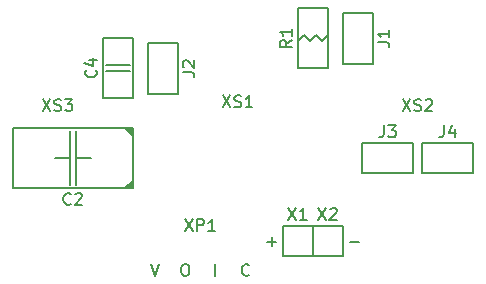
<source format=gbr>
G04 #@! TF.GenerationSoftware,KiCad,Pcbnew,5.1.6-c6e7f7d~87~ubuntu19.10.1*
G04 #@! TF.CreationDate,2022-07-30T15:18:02+06:00*
G04 #@! TF.ProjectId,1590N1_connector_board_r1b,31353930-4e31-45f6-936f-6e6e6563746f,1B*
G04 #@! TF.SameCoordinates,Original*
G04 #@! TF.FileFunction,Legend,Top*
G04 #@! TF.FilePolarity,Positive*
%FSLAX46Y46*%
G04 Gerber Fmt 4.6, Leading zero omitted, Abs format (unit mm)*
G04 Created by KiCad (PCBNEW 5.1.6-c6e7f7d~87~ubuntu19.10.1) date 2022-07-30 15:18:02*
%MOMM*%
%LPD*%
G01*
G04 APERTURE LIST*
%ADD10C,0.200000*%
%ADD11R,2.200000X2.000000*%
%ADD12R,2.000000X2.200000*%
%ADD13R,2.300000X2.300000*%
%ADD14C,2.300000*%
%ADD15O,5.400000X3.400000*%
%ADD16O,3.400000X5.400000*%
%ADD17O,5.900000X3.400000*%
%ADD18O,3.100000X4.400000*%
%ADD19O,2.900000X4.300000*%
%ADD20R,3.000000X2.800000*%
G04 APERTURE END LIST*
D10*
X106354523Y-160377142D02*
X106306904Y-160424761D01*
X106164047Y-160472380D01*
X106068809Y-160472380D01*
X105925952Y-160424761D01*
X105830714Y-160329523D01*
X105783095Y-160234285D01*
X105735476Y-160043809D01*
X105735476Y-159900952D01*
X105783095Y-159710476D01*
X105830714Y-159615238D01*
X105925952Y-159520000D01*
X106068809Y-159472380D01*
X106164047Y-159472380D01*
X106306904Y-159520000D01*
X106354523Y-159567619D01*
X103505000Y-160472380D02*
X103505000Y-159472380D01*
X100869761Y-159472380D02*
X101060238Y-159472380D01*
X101155476Y-159520000D01*
X101250714Y-159615238D01*
X101298333Y-159805714D01*
X101298333Y-160139047D01*
X101250714Y-160329523D01*
X101155476Y-160424761D01*
X101060238Y-160472380D01*
X100869761Y-160472380D01*
X100774523Y-160424761D01*
X100679285Y-160329523D01*
X100631666Y-160139047D01*
X100631666Y-159805714D01*
X100679285Y-159615238D01*
X100774523Y-159520000D01*
X100869761Y-159472380D01*
X98091666Y-159472380D02*
X98425000Y-160472380D01*
X98758333Y-159472380D01*
X114871547Y-157551428D02*
X115633452Y-157551428D01*
X107886547Y-157551428D02*
X108648452Y-157551428D01*
X108267500Y-157932380D02*
X108267500Y-157170476D01*
X100330000Y-140716000D02*
X97790000Y-140716000D01*
X100330000Y-145034000D02*
X97790000Y-145034000D01*
X100330000Y-140716000D02*
X100330000Y-145034000D01*
X97790000Y-140716000D02*
X97790000Y-145034000D01*
X114300000Y-142494000D02*
X116840000Y-142494000D01*
X114300000Y-138176000D02*
X116840000Y-138176000D01*
X114300000Y-142494000D02*
X114300000Y-138176000D01*
X116840000Y-142494000D02*
X116840000Y-138176000D01*
X115951000Y-149225000D02*
X115951000Y-151765000D01*
X120269000Y-149225000D02*
X120269000Y-151765000D01*
X115951000Y-149225000D02*
X120269000Y-149225000D01*
X115951000Y-151765000D02*
X120269000Y-151765000D01*
X125349000Y-151765000D02*
X125349000Y-149225000D01*
X121031000Y-151765000D02*
X121031000Y-149225000D01*
X125349000Y-151765000D02*
X121031000Y-151765000D01*
X125349000Y-149225000D02*
X121031000Y-149225000D01*
X114300000Y-156210000D02*
X114300000Y-158750000D01*
X111760000Y-156210000D02*
X111760000Y-158750000D01*
X111760000Y-158750000D02*
X114300000Y-158750000D01*
X111760000Y-156210000D02*
X114300000Y-156210000D01*
X111760000Y-156210000D02*
X111760000Y-158750000D01*
X109220000Y-156210000D02*
X109220000Y-158750000D01*
X109220000Y-158750000D02*
X111760000Y-158750000D01*
X109220000Y-156210000D02*
X111760000Y-156210000D01*
X96520000Y-145415000D02*
X96520000Y-140335000D01*
X93980000Y-145415000D02*
X93980000Y-140335000D01*
X94234000Y-142621000D02*
X96266000Y-142621000D01*
X94234000Y-143129000D02*
X96266000Y-143129000D01*
X93980000Y-140335000D02*
X96520000Y-140335000D01*
X93980000Y-145415000D02*
X96520000Y-145415000D01*
X110490000Y-142875000D02*
X113030000Y-142875000D01*
X110490000Y-137795000D02*
X113030000Y-137795000D01*
X110490000Y-142875000D02*
X110490000Y-137795000D01*
X113030000Y-142875000D02*
X113030000Y-137795000D01*
X112522000Y-140589000D02*
X113030000Y-140081000D01*
X112014000Y-140081000D02*
X112522000Y-140589000D01*
X111506000Y-140589000D02*
X112014000Y-140081000D01*
X110998000Y-140081000D02*
X110490000Y-140589000D01*
X111506000Y-140589000D02*
X110998000Y-140081000D01*
X91186000Y-150495000D02*
X89916000Y-150495000D01*
X92964000Y-150495000D02*
X91694000Y-150495000D01*
G36*
X96520000Y-152400000D02*
G01*
X96520000Y-153035000D01*
X95885000Y-153035000D01*
X96520000Y-152400000D01*
G37*
X96520000Y-152400000D02*
X96520000Y-153035000D01*
X95885000Y-153035000D01*
X96520000Y-152400000D01*
G36*
X95885000Y-147955000D02*
G01*
X96520000Y-147955000D01*
X96520000Y-148590000D01*
X95885000Y-147955000D01*
G37*
X95885000Y-147955000D02*
X96520000Y-147955000D01*
X96520000Y-148590000D01*
X95885000Y-147955000D01*
X96520000Y-153035000D02*
X96520000Y-147955000D01*
X91694000Y-152781000D02*
X91694000Y-148209000D01*
X91186000Y-152781000D02*
X91186000Y-148209000D01*
X86360000Y-153035000D02*
X86360000Y-147955000D01*
X96520000Y-153035000D02*
X86360000Y-153035000D01*
X96520000Y-147955000D02*
X86360000Y-147955000D01*
X100734880Y-143208333D02*
X101449166Y-143208333D01*
X101592023Y-143255952D01*
X101687261Y-143351190D01*
X101734880Y-143494047D01*
X101734880Y-143589285D01*
X100830119Y-142779761D02*
X100782500Y-142732142D01*
X100734880Y-142636904D01*
X100734880Y-142398809D01*
X100782500Y-142303571D01*
X100830119Y-142255952D01*
X100925357Y-142208333D01*
X101020595Y-142208333D01*
X101163452Y-142255952D01*
X101734880Y-142827380D01*
X101734880Y-142208333D01*
X117244880Y-140668333D02*
X117959166Y-140668333D01*
X118102023Y-140715952D01*
X118197261Y-140811190D01*
X118244880Y-140954047D01*
X118244880Y-141049285D01*
X118244880Y-139668333D02*
X118244880Y-140239761D01*
X118244880Y-139954047D02*
X117244880Y-139954047D01*
X117387738Y-140049285D01*
X117482976Y-140144523D01*
X117530595Y-140239761D01*
X117776666Y-147724880D02*
X117776666Y-148439166D01*
X117729047Y-148582023D01*
X117633809Y-148677261D01*
X117490952Y-148724880D01*
X117395714Y-148724880D01*
X118157619Y-147724880D02*
X118776666Y-147724880D01*
X118443333Y-148105833D01*
X118586190Y-148105833D01*
X118681428Y-148153452D01*
X118729047Y-148201071D01*
X118776666Y-148296309D01*
X118776666Y-148534404D01*
X118729047Y-148629642D01*
X118681428Y-148677261D01*
X118586190Y-148724880D01*
X118300476Y-148724880D01*
X118205238Y-148677261D01*
X118157619Y-148629642D01*
X122856666Y-147724880D02*
X122856666Y-148439166D01*
X122809047Y-148582023D01*
X122713809Y-148677261D01*
X122570952Y-148724880D01*
X122475714Y-148724880D01*
X123761428Y-148058214D02*
X123761428Y-148724880D01*
X123523333Y-147677261D02*
X123285238Y-148391547D01*
X123904285Y-148391547D01*
X112220476Y-154709880D02*
X112887142Y-155709880D01*
X112887142Y-154709880D02*
X112220476Y-155709880D01*
X113220476Y-154805119D02*
X113268095Y-154757500D01*
X113363333Y-154709880D01*
X113601428Y-154709880D01*
X113696666Y-154757500D01*
X113744285Y-154805119D01*
X113791904Y-154900357D01*
X113791904Y-154995595D01*
X113744285Y-155138452D01*
X113172857Y-155709880D01*
X113791904Y-155709880D01*
X109680476Y-154709880D02*
X110347142Y-155709880D01*
X110347142Y-154709880D02*
X109680476Y-155709880D01*
X111251904Y-155709880D02*
X110680476Y-155709880D01*
X110966190Y-155709880D02*
X110966190Y-154709880D01*
X110870952Y-154852738D01*
X110775714Y-154947976D01*
X110680476Y-154995595D01*
X100925476Y-155662380D02*
X101592142Y-156662380D01*
X101592142Y-155662380D02*
X100925476Y-156662380D01*
X101973095Y-156662380D02*
X101973095Y-155662380D01*
X102354047Y-155662380D01*
X102449285Y-155710000D01*
X102496904Y-155757619D01*
X102544523Y-155852857D01*
X102544523Y-155995714D01*
X102496904Y-156090952D01*
X102449285Y-156138571D01*
X102354047Y-156186190D01*
X101973095Y-156186190D01*
X103496904Y-156662380D02*
X102925476Y-156662380D01*
X103211190Y-156662380D02*
X103211190Y-155662380D01*
X103115952Y-155805238D01*
X103020714Y-155900476D01*
X102925476Y-155948095D01*
X104124285Y-145184880D02*
X104790952Y-146184880D01*
X104790952Y-145184880D02*
X104124285Y-146184880D01*
X105124285Y-146137261D02*
X105267142Y-146184880D01*
X105505238Y-146184880D01*
X105600476Y-146137261D01*
X105648095Y-146089642D01*
X105695714Y-145994404D01*
X105695714Y-145899166D01*
X105648095Y-145803928D01*
X105600476Y-145756309D01*
X105505238Y-145708690D01*
X105314761Y-145661071D01*
X105219523Y-145613452D01*
X105171904Y-145565833D01*
X105124285Y-145470595D01*
X105124285Y-145375357D01*
X105171904Y-145280119D01*
X105219523Y-145232500D01*
X105314761Y-145184880D01*
X105552857Y-145184880D01*
X105695714Y-145232500D01*
X106648095Y-146184880D02*
X106076666Y-146184880D01*
X106362380Y-146184880D02*
X106362380Y-145184880D01*
X106267142Y-145327738D01*
X106171904Y-145422976D01*
X106076666Y-145470595D01*
X88884285Y-145502380D02*
X89550952Y-146502380D01*
X89550952Y-145502380D02*
X88884285Y-146502380D01*
X89884285Y-146454761D02*
X90027142Y-146502380D01*
X90265238Y-146502380D01*
X90360476Y-146454761D01*
X90408095Y-146407142D01*
X90455714Y-146311904D01*
X90455714Y-146216666D01*
X90408095Y-146121428D01*
X90360476Y-146073809D01*
X90265238Y-146026190D01*
X90074761Y-145978571D01*
X89979523Y-145930952D01*
X89931904Y-145883333D01*
X89884285Y-145788095D01*
X89884285Y-145692857D01*
X89931904Y-145597619D01*
X89979523Y-145550000D01*
X90074761Y-145502380D01*
X90312857Y-145502380D01*
X90455714Y-145550000D01*
X90789047Y-145502380D02*
X91408095Y-145502380D01*
X91074761Y-145883333D01*
X91217619Y-145883333D01*
X91312857Y-145930952D01*
X91360476Y-145978571D01*
X91408095Y-146073809D01*
X91408095Y-146311904D01*
X91360476Y-146407142D01*
X91312857Y-146454761D01*
X91217619Y-146502380D01*
X90931904Y-146502380D01*
X90836666Y-146454761D01*
X90789047Y-146407142D01*
X119364285Y-145502380D02*
X120030952Y-146502380D01*
X120030952Y-145502380D02*
X119364285Y-146502380D01*
X120364285Y-146454761D02*
X120507142Y-146502380D01*
X120745238Y-146502380D01*
X120840476Y-146454761D01*
X120888095Y-146407142D01*
X120935714Y-146311904D01*
X120935714Y-146216666D01*
X120888095Y-146121428D01*
X120840476Y-146073809D01*
X120745238Y-146026190D01*
X120554761Y-145978571D01*
X120459523Y-145930952D01*
X120411904Y-145883333D01*
X120364285Y-145788095D01*
X120364285Y-145692857D01*
X120411904Y-145597619D01*
X120459523Y-145550000D01*
X120554761Y-145502380D01*
X120792857Y-145502380D01*
X120935714Y-145550000D01*
X121316666Y-145597619D02*
X121364285Y-145550000D01*
X121459523Y-145502380D01*
X121697619Y-145502380D01*
X121792857Y-145550000D01*
X121840476Y-145597619D01*
X121888095Y-145692857D01*
X121888095Y-145788095D01*
X121840476Y-145930952D01*
X121269047Y-146502380D01*
X121888095Y-146502380D01*
X93384642Y-143041666D02*
X93432261Y-143089285D01*
X93479880Y-143232142D01*
X93479880Y-143327380D01*
X93432261Y-143470238D01*
X93337023Y-143565476D01*
X93241785Y-143613095D01*
X93051309Y-143660714D01*
X92908452Y-143660714D01*
X92717976Y-143613095D01*
X92622738Y-143565476D01*
X92527500Y-143470238D01*
X92479880Y-143327380D01*
X92479880Y-143232142D01*
X92527500Y-143089285D01*
X92575119Y-143041666D01*
X92813214Y-142184523D02*
X93479880Y-142184523D01*
X92432261Y-142422619D02*
X93146547Y-142660714D01*
X93146547Y-142041666D01*
X109989880Y-140501666D02*
X109513690Y-140835000D01*
X109989880Y-141073095D02*
X108989880Y-141073095D01*
X108989880Y-140692142D01*
X109037500Y-140596904D01*
X109085119Y-140549285D01*
X109180357Y-140501666D01*
X109323214Y-140501666D01*
X109418452Y-140549285D01*
X109466071Y-140596904D01*
X109513690Y-140692142D01*
X109513690Y-141073095D01*
X109989880Y-139549285D02*
X109989880Y-140120714D01*
X109989880Y-139835000D02*
X108989880Y-139835000D01*
X109132738Y-139930238D01*
X109227976Y-140025476D01*
X109275595Y-140120714D01*
X91273333Y-154344642D02*
X91225714Y-154392261D01*
X91082857Y-154439880D01*
X90987619Y-154439880D01*
X90844761Y-154392261D01*
X90749523Y-154297023D01*
X90701904Y-154201785D01*
X90654285Y-154011309D01*
X90654285Y-153868452D01*
X90701904Y-153677976D01*
X90749523Y-153582738D01*
X90844761Y-153487500D01*
X90987619Y-153439880D01*
X91082857Y-153439880D01*
X91225714Y-153487500D01*
X91273333Y-153535119D01*
X91654285Y-153535119D02*
X91701904Y-153487500D01*
X91797142Y-153439880D01*
X92035238Y-153439880D01*
X92130476Y-153487500D01*
X92178095Y-153535119D01*
X92225714Y-153630357D01*
X92225714Y-153725595D01*
X92178095Y-153868452D01*
X91606666Y-154439880D01*
X92225714Y-154439880D01*
%LPC*%
D11*
X99060000Y-141925000D03*
X99060000Y-143825000D03*
X115570000Y-141285000D03*
X115570000Y-139385000D03*
D12*
X117160000Y-150495000D03*
X119060000Y-150495000D03*
X124140000Y-150495000D03*
X122240000Y-150495000D03*
D13*
X113030000Y-157480000D03*
G36*
G01*
X109100000Y-152575000D02*
X109100000Y-153495000D01*
G75*
G02*
X108410000Y-154185000I-690000J0D01*
G01*
X107490000Y-154185000D01*
G75*
G02*
X106800000Y-153495000I0J690000D01*
G01*
X106800000Y-152575000D01*
G75*
G02*
X107490000Y-151885000I690000J0D01*
G01*
X108410000Y-151885000D01*
G75*
G02*
X109100000Y-152575000I0J-690000D01*
G01*
G37*
D14*
X110490000Y-153035000D03*
D13*
X110490000Y-157480000D03*
X99060000Y-153035000D03*
X104140000Y-153035000D03*
D14*
X105985000Y-158115000D03*
D13*
X103485000Y-158115000D03*
X100985000Y-158115000D03*
X98485000Y-158115000D03*
X99060000Y-146685000D03*
D14*
X99060000Y-139065000D03*
D15*
X105410000Y-142755000D03*
D16*
X110210000Y-146255000D03*
D17*
X105410000Y-148755000D03*
D18*
X90170000Y-142755000D03*
D19*
X92670000Y-157755000D03*
X87670000Y-157755000D03*
X118150000Y-157755000D03*
X123150000Y-157755000D03*
D18*
X120650000Y-142755000D03*
D11*
X95250000Y-141475000D03*
X95250000Y-144275000D03*
X111760000Y-141735000D03*
X111760000Y-138935000D03*
D20*
X94640000Y-150495000D03*
X88240000Y-150495000D03*
M02*

</source>
